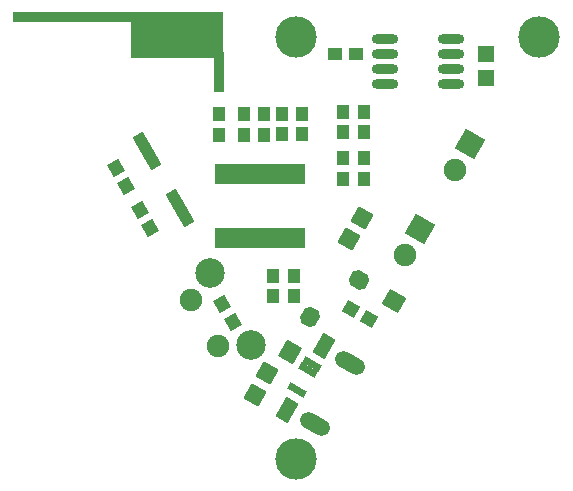
<source format=gts>
G04*
G04 #@! TF.GenerationSoftware,Altium Limited,Altium Designer,20.2.8 (258)*
G04*
G04 Layer_Color=8388736*
%FSLAX25Y25*%
%MOIN*%
G70*
G04*
G04 #@! TF.SameCoordinates,CDCB3E45-2178-442F-9089-F16855EB5547*
G04*
G04*
G04 #@! TF.FilePolarity,Negative*
G04*
G01*
G75*
%ADD32R,0.30800X0.15700*%
%ADD33R,0.40500X0.03300*%
%ADD34R,0.03200X0.13200*%
%ADD35P,0.08202X4X285.0*%
G04:AMPARAMS|DCode=36|XSize=63mil|YSize=58mil|CornerRadius=0mil|HoleSize=0mil|Usage=FLASHONLY|Rotation=150.000|XOffset=0mil|YOffset=0mil|HoleType=Round|Shape=Rectangle|*
%AMROTATEDRECTD36*
4,1,4,0.04178,0.00937,0.01278,-0.04087,-0.04178,-0.00937,-0.01278,0.04087,0.04178,0.00937,0.0*
%
%ADD36ROTATEDRECTD36*%

G04:AMPARAMS|DCode=37|XSize=46mil|YSize=43mil|CornerRadius=0mil|HoleSize=0mil|Usage=FLASHONLY|Rotation=150.000|XOffset=0mil|YOffset=0mil|HoleType=Round|Shape=Rectangle|*
%AMROTATEDRECTD37*
4,1,4,0.03067,0.00712,0.00917,-0.03012,-0.03067,-0.00712,-0.00917,0.03012,0.03067,0.00712,0.0*
%
%ADD37ROTATEDRECTD37*%

G04:AMPARAMS|DCode=38|XSize=126.11mil|YSize=39.5mil|CornerRadius=0mil|HoleSize=0mil|Usage=FLASHONLY|Rotation=300.000|XOffset=0mil|YOffset=0mil|HoleType=Round|Shape=Rectangle|*
%AMROTATEDRECTD38*
4,1,4,-0.04863,0.04473,-0.01443,0.06448,0.04863,-0.04473,0.01443,-0.06448,-0.04863,0.04473,0.0*
%
%ADD38ROTATEDRECTD38*%

G04:AMPARAMS|DCode=39|XSize=46mil|YSize=43mil|CornerRadius=0mil|HoleSize=0mil|Usage=FLASHONLY|Rotation=300.000|XOffset=0mil|YOffset=0mil|HoleType=Round|Shape=Rectangle|*
%AMROTATEDRECTD39*
4,1,4,-0.03012,0.00917,0.00712,0.03067,0.03012,-0.00917,-0.00712,-0.03067,-0.03012,0.00917,0.0*
%
%ADD39ROTATEDRECTD39*%

%ADD40C,0.02800*%
G04:AMPARAMS|DCode=41|XSize=63mil|YSize=58mil|CornerRadius=0mil|HoleSize=0mil|Usage=FLASHONLY|Rotation=150.000|XOffset=0mil|YOffset=0mil|HoleType=Round|Shape=Octagon|*
%AMOCTAGOND41*
4,1,8,-0.02003,0.02831,-0.03453,0.00319,-0.02922,-0.01661,0.00022,-0.03362,0.02003,-0.02831,0.03453,-0.00319,0.02922,0.01661,-0.00022,0.03362,-0.02003,0.02831,0.0*
%
%ADD41OCTAGOND41*%

G04:AMPARAMS|DCode=42|XSize=63mil|YSize=58mil|CornerRadius=0mil|HoleSize=0mil|Usage=FLASHONLY|Rotation=60.000|XOffset=0mil|YOffset=0mil|HoleType=Round|Shape=Rectangle|*
%AMROTATEDRECTD42*
4,1,4,0.00937,-0.04178,-0.04087,-0.01278,-0.00937,0.04178,0.04087,0.01278,0.00937,-0.04178,0.0*
%
%ADD42ROTATEDRECTD42*%

G04:AMPARAMS|DCode=43|XSize=63mil|YSize=58mil|CornerRadius=0mil|HoleSize=0mil|Usage=FLASHONLY|Rotation=60.000|XOffset=0mil|YOffset=0mil|HoleType=Round|Shape=Octagon|*
%AMOCTAGOND43*
4,1,8,0.02831,0.02003,0.00319,0.03453,-0.01661,0.02922,-0.03362,-0.00022,-0.02831,-0.02003,-0.00319,-0.03453,0.01661,-0.02922,0.03362,0.00022,0.02831,0.02003,0.0*
%
%ADD43OCTAGOND43*%

G04:AMPARAMS|DCode=44|XSize=47.37mil|YSize=74.93mil|CornerRadius=0mil|HoleSize=0mil|Usage=FLASHONLY|Rotation=150.000|XOffset=0mil|YOffset=0mil|HoleType=Round|Shape=Rectangle|*
%AMROTATEDRECTD44*
4,1,4,0.03924,0.02060,0.00178,-0.04429,-0.03924,-0.02060,-0.00178,0.04429,0.03924,0.02060,0.0*
%
%ADD44ROTATEDRECTD44*%

G04:AMPARAMS|DCode=45|XSize=23.5mil|YSize=63.12mil|CornerRadius=0mil|HoleSize=0mil|Usage=FLASHONLY|Rotation=240.000|XOffset=0mil|YOffset=0mil|HoleType=Round|Shape=Rectangle|*
%AMROTATEDRECTD45*
4,1,4,-0.02146,0.02596,0.03321,-0.00560,0.02146,-0.02596,-0.03321,0.00560,-0.02146,0.02596,0.0*
%
%ADD45ROTATEDRECTD45*%

%ADD46O,0.08800X0.03200*%
%ADD47R,0.05800X0.05800*%
%ADD48R,0.04300X0.04600*%
%ADD49R,0.04600X0.04300*%
%ADD50R,0.02513X0.06902*%
%ADD51C,0.07493*%
%ADD52C,0.09855*%
%ADD53C,0.13800*%
%ADD54P,0.10597X4X375.0*%
G04:AMPARAMS|DCode=55|XSize=106.42mil|YSize=55.24mil|CornerRadius=0mil|HoleSize=0mil|Usage=FLASHONLY|Rotation=150.000|XOffset=0mil|YOffset=0mil|HoleType=Round|Shape=Round|*
%AMOVALD55*
21,1,0.05118,0.05524,0.00000,0.00000,150.0*
1,1,0.05524,0.02216,-0.01280*
1,1,0.05524,-0.02216,0.01280*
%
%ADD55OVALD55*%

D32*
X-39351Y161156D02*
D03*
D33*
X-73700Y167356D02*
D03*
D34*
X-25551Y148806D02*
D03*
D35*
X22044Y100257D02*
D03*
X17900Y93100D02*
D03*
X-13644Y41343D02*
D03*
X-9500Y48500D02*
D03*
D36*
X32846Y72625D02*
D03*
D37*
X24476Y66550D02*
D03*
X18500Y70000D02*
D03*
D38*
X-49500Y122553D02*
D03*
X-38500Y103500D02*
D03*
D39*
X-21000Y65500D02*
D03*
X-24450Y71476D02*
D03*
X-56500Y111000D02*
D03*
X-59950Y116976D02*
D03*
X-52000Y103000D02*
D03*
X-48550Y97024D02*
D03*
D40*
X-25550Y143906D02*
D03*
D41*
X21154Y79375D02*
D03*
D42*
X-1875Y55654D02*
D03*
D43*
X4875Y67346D02*
D03*
D44*
X-2724Y36298D02*
D03*
X9526Y57516D02*
D03*
D45*
X5457Y51667D02*
D03*
X357Y42833D02*
D03*
X4182Y49458D02*
D03*
D46*
X51928Y144853D02*
D03*
Y149853D02*
D03*
Y154853D02*
D03*
Y159853D02*
D03*
X29928Y144853D02*
D03*
X29928Y154853D02*
D03*
X29928Y159853D02*
D03*
X29928Y149853D02*
D03*
D47*
X63500Y155000D02*
D03*
X63490Y146730D02*
D03*
D48*
X15865Y120200D02*
D03*
X15865Y113300D02*
D03*
X15865Y128799D02*
D03*
Y135699D02*
D03*
X22865Y120099D02*
D03*
X22865Y113199D02*
D03*
X22865Y128799D02*
D03*
X22865Y135699D02*
D03*
X2000Y135000D02*
D03*
Y128100D02*
D03*
X-4500Y128100D02*
D03*
Y135000D02*
D03*
X-10550Y134806D02*
D03*
Y127906D02*
D03*
X-17051Y134806D02*
D03*
X-17051Y127906D02*
D03*
X-25550Y134806D02*
D03*
Y127906D02*
D03*
X-500Y81000D02*
D03*
X-500Y74100D02*
D03*
X-7500Y81000D02*
D03*
Y74100D02*
D03*
D49*
X13125Y154802D02*
D03*
X20025D02*
D03*
D50*
X-25547Y93406D02*
D03*
X-23051D02*
D03*
X-20547Y93406D02*
D03*
X-18050D02*
D03*
X-15547D02*
D03*
X-13050D02*
D03*
X-10547D02*
D03*
X-8050D02*
D03*
X-5547D02*
D03*
X-3050D02*
D03*
X-547Y93406D02*
D03*
X1949D02*
D03*
Y114863D02*
D03*
X-547D02*
D03*
X-3050Y114863D02*
D03*
X-5547D02*
D03*
X-8050D02*
D03*
X-10547D02*
D03*
X-13050D02*
D03*
X-15547D02*
D03*
X-18050D02*
D03*
X-20547D02*
D03*
X-23051Y114863D02*
D03*
X-25547D02*
D03*
D51*
X36500Y87840D02*
D03*
X-25833Y57368D02*
D03*
X-34691Y72711D02*
D03*
X53000Y116340D02*
D03*
D52*
X-14848Y58027D02*
D03*
X-28628Y81894D02*
D03*
D53*
X0Y160500D02*
D03*
Y20000D02*
D03*
X81200Y160500D02*
D03*
D54*
X41500Y96500D02*
D03*
X58000Y125000D02*
D03*
D55*
X18247Y52032D02*
D03*
X6435Y31574D02*
D03*
M02*

</source>
